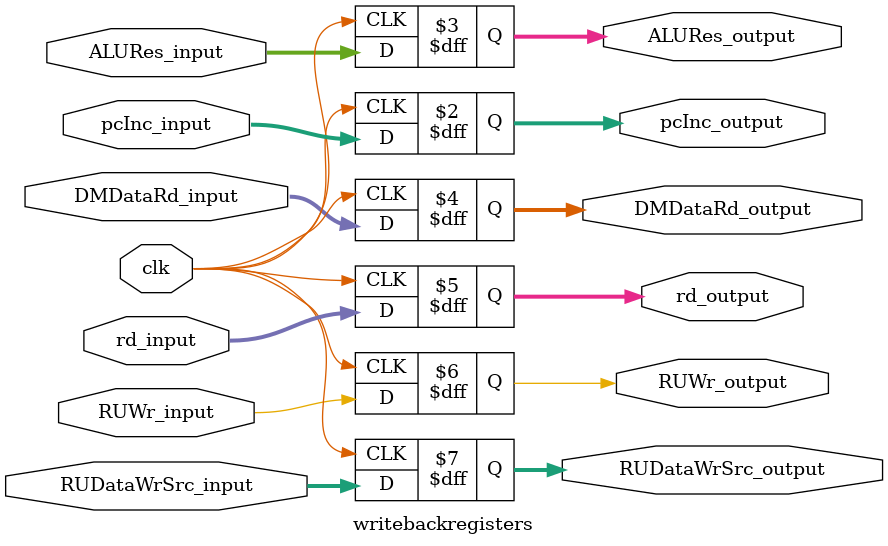
<source format=sv>
module writebackregisters (
    input logic clk,

    input logic [31:0] pcInc_input,
    input logic [31:0] ALURes_input,
    input logic [31:0] DMDataRd_input,
    input logic [4:0] rd_input,

    //CONTROL
    input logic RUWr_input,
    input logic [1:0] RUDataWrSrc_input,

    output logic [31:0] pcInc_output,
    output logic [31:0] ALURes_output,
    output logic [31:0] DMDataRd_output,
    output logic [4:0] rd_output,

    //CONTROL
    output logic RUWr_output,
    output logic [1:0] RUDataWrSrc_output
);

  always @(posedge clk) begin
    pcInc_output <= pcInc_input;
    ALURes_output <= ALURes_input;
    rd_output <= rd_input;
    DMDataRd_output <= DMDataRd_input;
    RUWr_output <= RUWr_input;
    RUDataWrSrc_output <= RUDataWrSrc_input;
  end

endmodule

</source>
